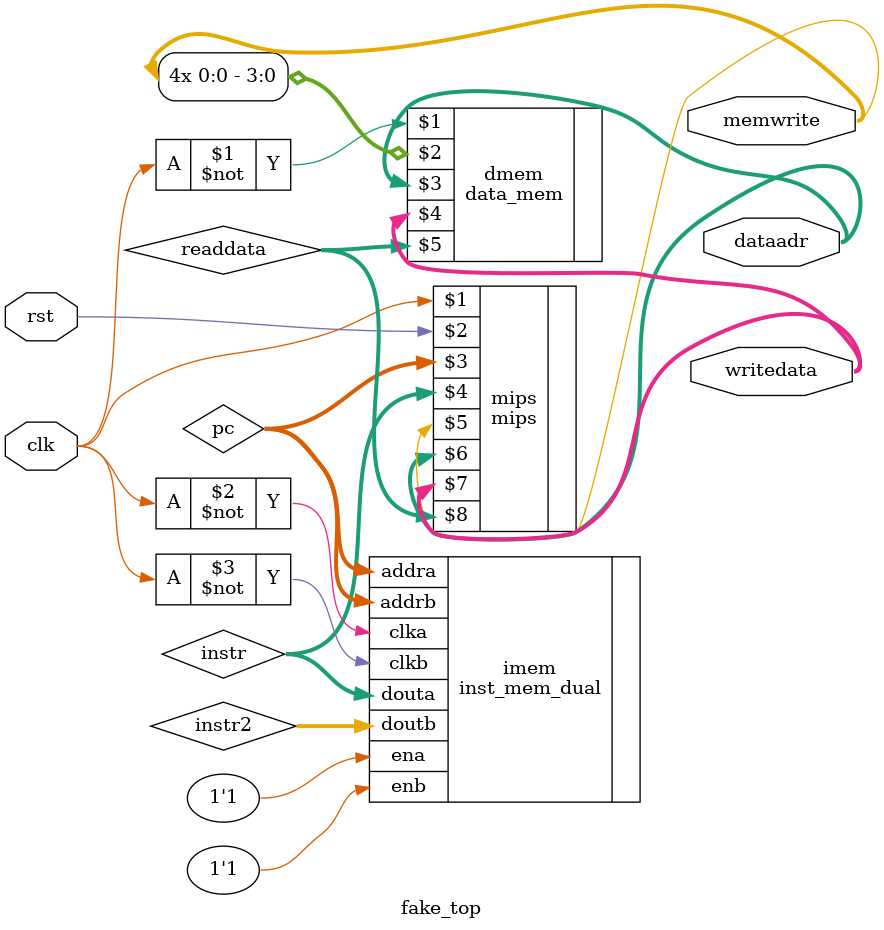
<source format=v>
`timescale 1ns / 1ps


module fake_top(
	input wire clk,rst,
	output wire[31:0] writedata,dataadr,
	output wire memwrite
    );

	wire[31:0] pc,instr,readdata,instr2;

	mips mips(clk,rst,pc,instr,memwrite,dataadr,writedata,readdata);
	
	data_mem dmem(~clk,{4{memwrite}},dataadr,writedata,readdata);

    inst_mem_dual imem (
    .clka(~clk),        // input wire clka
    .ena(1'b1),         // input wire ena
    .addra(pc),         // input wire [31 : 0] addra
    .douta(instr),      // output wire [31 : 0] douta
    .clkb(~clk),        // input wire clkb
    .enb(1'b1),         // input wire enb
    .addrb(pc),         // input wire [31 : 0] addrb
    .doutb(instr2)      // output wire [31 : 0] doutb
    );
endmodule

</source>
